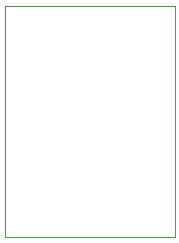
<source format=gbr>
%TF.GenerationSoftware,KiCad,Pcbnew,8.0.4*%
%TF.CreationDate,2024-08-25T11:53:40+01:00*%
%TF.ProjectId,ds_lite_tv_out_chip_swap,64735f6c-6974-4655-9f74-765f6f75745f,rev?*%
%TF.SameCoordinates,Original*%
%TF.FileFunction,Profile,NP*%
%FSLAX46Y46*%
G04 Gerber Fmt 4.6, Leading zero omitted, Abs format (unit mm)*
G04 Created by KiCad (PCBNEW 8.0.4) date 2024-08-25 11:53:40*
%MOMM*%
%LPD*%
G01*
G04 APERTURE LIST*
%TA.AperFunction,Profile*%
%ADD10C,0.050000*%
%TD*%
G04 APERTURE END LIST*
D10*
X148905000Y-69890000D02*
X163320000Y-69890000D01*
X163320000Y-89430000D01*
X148905000Y-89430000D01*
X148905000Y-69890000D01*
M02*

</source>
